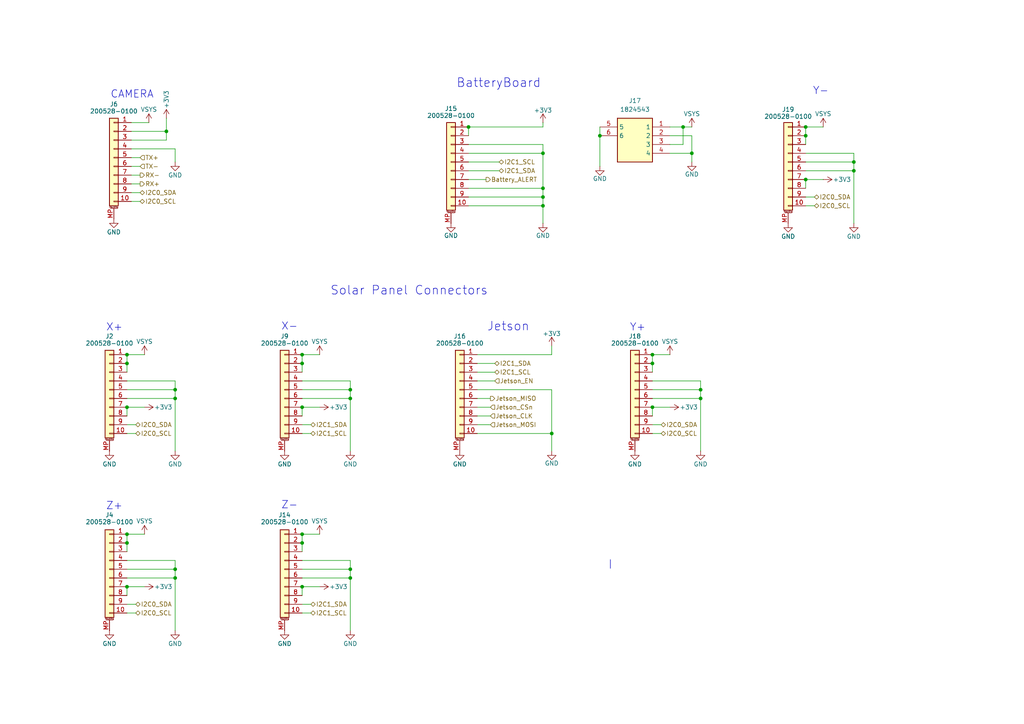
<source format=kicad_sch>
(kicad_sch (version 20231120) (generator "eeschema") (generator_version "8.0")
  (paper "A4")
  (lib_symbols
    (symbol "Argus-Connectors:1824543"
      (property "Reference" "J" (at 16.51 7.62 0))
      (property "Value" "1824543" (at 16.51 5.08 0))
      (symbol "1824543_1_1"
        (rectangle (start 5.08 2.54) (end 15.24 -10.16) (stroke (width 0.254)) (fill (type background)))
        (pin passive line (at 20.32 0 180) (length 5.08) (name "1") (number "1"))
        (pin passive line (at 20.32 -2.54 180) (length 5.08) (name "2") (number "2"))
        (pin passive line (at 20.32 -5.08 180) (length 5.08) (name "3") (number "3"))
        (pin passive line (at 20.32 -7.62 180) (length 5.08) (name "4") (number "4"))
        (pin passive line (at 0 0 0) (length 5.08) (name "5") (number "5"))
        (pin passive line (at 0 -2.54 0) (length 5.08) (name "6") (number "6"))
      )
    )
    (symbol "Connector_Generic_MountingPin:Conn_01x10_MountingPin" (pin_names (offset 1.016) hide)
      (property "Reference" "J" (at 0 12.7 0))
      (property "Value" "Conn_01x10_MountingPin" (at 1.27 -15.24 0))
      (symbol "Conn_01x10_MountingPin_1_1"
        (rectangle (start -1.27 -12.573) (end 0 -12.827) (stroke (width 0.1524)))
        (rectangle (start -1.27 -10.033) (end 0 -10.287) (stroke (width 0.1524)))
        (rectangle (start -1.27 -7.493) (end 0 -7.747) (stroke (width 0.1524)))
        (rectangle (start -1.27 -4.953) (end 0 -5.207) (stroke (width 0.1524)))
        (rectangle (start -1.27 -2.413) (end 0 -2.667) (stroke (width 0.1524)))
        (rectangle (start -1.27 0.127) (end 0 -0.127) (stroke (width 0.1524)))
        (rectangle (start -1.27 2.667) (end 0 2.413) (stroke (width 0.1524)))
        (rectangle (start -1.27 5.207) (end 0 4.953) (stroke (width 0.1524)))
        (rectangle (start -1.27 7.747) (end 0 7.493) (stroke (width 0.1524)))
        (rectangle (start -1.27 10.287) (end 0 10.033) (stroke (width 0.1524)))
        (rectangle (start -1.27 11.43) (end 1.27 -13.97) (stroke (width 0.254)) (fill (type background)))
        (polyline (pts (xy -1.016 -14.732) (xy 1.016 -14.732)) (stroke (width 0.1524)))
        (text "Mounting" (at 0 -14.351 0) (effects (font (size 0.381 0.381))))
        (pin passive line (at -5.08 10.16 0) (length 3.81) (name "Pin_1") (number "1"))
        (pin passive line (at -5.08 -12.7 0) (length 3.81) (name "Pin_10") (number "10"))
        (pin passive line (at -5.08 7.62 0) (length 3.81) (name "Pin_2") (number "2"))
        (pin passive line (at -5.08 5.08 0) (length 3.81) (name "Pin_3") (number "3"))
        (pin passive line (at -5.08 2.54 0) (length 3.81) (name "Pin_4") (number "4"))
        (pin passive line (at -5.08 0 0) (length 3.81) (name "Pin_5") (number "5"))
        (pin passive line (at -5.08 -2.54 0) (length 3.81) (name "Pin_6") (number "6"))
        (pin passive line (at -5.08 -5.08 0) (length 3.81) (name "Pin_7") (number "7"))
        (pin passive line (at -5.08 -7.62 0) (length 3.81) (name "Pin_8") (number "8"))
        (pin passive line (at -5.08 -10.16 0) (length 3.81) (name "Pin_9") (number "9"))
        (pin passive line (at 0 -17.78 90) (length 3.048) (name "MountPin") (number "MP"))
      )
    )
    (symbol "power:+3.3V" (power) (pin_numbers hide) (pin_names (offset 0) hide)
      (property "Value" "+3.3V" (at 0 3.556 0))
      (symbol "+3.3V_0_1"
        (polyline (pts (xy -0.762 1.27) (xy 0 2.54)))
        (polyline (pts (xy 0 0) (xy 0 2.54)))
        (polyline (pts (xy 0 2.54) (xy 0.762 1.27)))
      )
      (symbol "+3.3V_1_1"
        (pin power_in line (at 0 0 90) (length 0) (name "~") (number "1"))
      )
    )
    (symbol "power:+BATT" (power) (pin_numbers hide) (pin_names (offset 0) hide)
      (property "Value" "+BATT" (at 0 3.556 0))
      (symbol "+BATT_0_1"
        (polyline (pts (xy -0.762 1.27) (xy 0 2.54)))
        (polyline (pts (xy 0 0) (xy 0 2.54)))
        (polyline (pts (xy 0 2.54) (xy 0.762 1.27)))
      )
      (symbol "+BATT_1_1"
        (pin power_in line (at 0 0 90) (length 0) (name "~") (number "1"))
      )
    )
    (symbol "power:GND" (power) (pin_numbers hide) (pin_names (offset 0) hide)
      (property "Value" "GND" (at 0 -3.81 0))
      (symbol "GND_0_1"
        (polyline (pts (xy 0 0) (xy 0 -1.27) (xy 1.27 -1.27) (xy 0 -2.54) (xy -1.27 -1.27) (xy 0 -1.27)))
      )
      (symbol "GND_1_1"
        (pin power_in line (at 0 0 270) (length 0) (name "~") (number "1"))
      )
    )
  )
  (junction (at 87.63 154.94))
  (junction (at 189.23 118.11))
  (junction (at 101.6 167.64))
  (junction (at 87.63 170.18))
  (junction (at 87.63 157.48))
  (junction (at 87.63 105.41))
  (junction (at 87.63 118.11))
  (junction (at 157.48 57.15))
  (junction (at 50.8 115.57))
  (junction (at 101.6 115.57))
  (junction (at 247.65 46.99))
  (junction (at 157.48 59.69))
  (junction (at 203.2 113.03))
  (junction (at 36.83 170.18))
  (junction (at 189.23 105.41))
  (junction (at 101.6 113.03))
  (junction (at 36.83 154.94))
  (junction (at 36.83 118.11))
  (junction (at 36.83 105.41))
  (junction (at 135.89 36.83))
  (junction (at 87.63 102.87))
  (junction (at 50.8 113.03))
  (junction (at 247.65 49.53))
  (junction (at 203.2 115.57))
  (junction (at 36.83 102.87))
  (junction (at 200.66 44.45))
  (junction (at 198.12 36.83))
  (junction (at 48.26 38.1))
  (junction (at 160.02 125.73))
  (junction (at 36.83 157.48))
  (junction (at 157.48 54.61))
  (junction (at 50.8 167.64))
  (junction (at 233.68 52.07))
  (junction (at 101.6 165.1))
  (junction (at 189.23 102.87))
  (junction (at 50.8 165.1))
  (junction (at 233.68 39.37))
  (junction (at 173.99 39.37))
  (junction (at 157.48 44.45))
  (junction (at 233.68 36.83))
  (wire (pts (xy 194.31 118.11) (xy 189.23 118.11)))
  (wire (pts (xy 160.02 100.33) (xy 160.02 102.87)))
  (wire (pts (xy 87.63 110.49) (xy 101.6 110.49)))
  (wire (pts (xy 238.76 52.07) (xy 233.68 52.07)))
  (wire (pts (xy 36.83 113.03) (xy 50.8 113.03)))
  (wire (pts (xy 87.63 105.41) (xy 87.63 107.95)))
  (wire (pts (xy 50.8 167.64) (xy 50.8 182.88)))
  (wire (pts (xy 189.23 113.03) (xy 203.2 113.03)))
  (wire (pts (xy 36.83 170.18) (xy 36.83 172.72)))
  (wire (pts (xy 160.02 113.03) (xy 160.02 125.73)))
  (wire (pts (xy 36.83 110.49) (xy 50.8 110.49)))
  (wire (pts (xy 194.31 39.37) (xy 200.66 39.37)))
  (wire (pts (xy 160.02 125.73) (xy 160.02 130.81)))
  (wire (pts (xy 138.43 120.65) (xy 142.24 120.65)))
  (wire (pts (xy 157.48 44.45) (xy 157.48 41.91)))
  (wire (pts (xy 135.89 36.83) (xy 135.89 39.37)))
  (wire (pts (xy 189.23 110.49) (xy 203.2 110.49)))
  (wire (pts (xy 38.1 45.72) (xy 40.64 45.72)))
  (wire (pts (xy 233.68 36.83) (xy 238.76 36.83)))
  (wire (pts (xy 101.6 113.03) (xy 101.6 115.57)))
  (wire (pts (xy 191.77 123.19) (xy 189.23 123.19)))
  (wire (pts (xy 236.22 57.15) (xy 233.68 57.15)))
  (wire (pts (xy 92.71 118.11) (xy 87.63 118.11)))
  (wire (pts (xy 36.83 102.87) (xy 36.83 105.41)))
  (wire (pts (xy 233.68 52.07) (xy 233.68 54.61)))
  (wire (pts (xy 203.2 113.03) (xy 203.2 115.57)))
  (wire (pts (xy 203.2 110.49) (xy 203.2 113.03)))
  (wire (pts (xy 92.71 170.18) (xy 87.63 170.18)))
  (wire (pts (xy 39.37 125.73) (xy 36.83 125.73)))
  (wire (pts (xy 39.37 123.19) (xy 36.83 123.19)))
  (wire (pts (xy 233.68 44.45) (xy 247.65 44.45)))
  (wire (pts (xy 87.63 157.48) (xy 87.63 160.02)))
  (wire (pts (xy 135.89 49.53) (xy 144.78 49.53)))
  (wire (pts (xy 157.48 59.69) (xy 157.48 57.15)))
  (wire (pts (xy 189.23 105.41) (xy 189.23 107.95)))
  (wire (pts (xy 36.83 154.94) (xy 41.91 154.94)))
  (wire (pts (xy 135.89 52.07) (xy 140.97 52.07)))
  (wire (pts (xy 138.43 125.73) (xy 160.02 125.73)))
  (wire (pts (xy 36.83 105.41) (xy 36.83 107.95)))
  (wire (pts (xy 157.48 54.61) (xy 157.48 44.45)))
  (wire (pts (xy 198.12 41.91) (xy 198.12 36.83)))
  (wire (pts (xy 138.43 105.41) (xy 143.51 105.41)))
  (wire (pts (xy 101.6 162.56) (xy 101.6 165.1)))
  (wire (pts (xy 101.6 165.1) (xy 101.6 167.64)))
  (wire (pts (xy 135.89 41.91) (xy 157.48 41.91)))
  (wire (pts (xy 87.63 118.11) (xy 87.63 120.65)))
  (wire (pts (xy 36.83 118.11) (xy 36.83 120.65)))
  (wire (pts (xy 135.89 59.69) (xy 157.48 59.69)))
  (wire (pts (xy 38.1 43.18) (xy 50.8 43.18)))
  (wire (pts (xy 101.6 115.57) (xy 101.6 130.81)))
  (wire (pts (xy 87.63 102.87) (xy 87.63 105.41)))
  (wire (pts (xy 157.48 57.15) (xy 157.48 54.61)))
  (wire (pts (xy 200.66 44.45) (xy 200.66 46.99)))
  (wire (pts (xy 101.6 167.64) (xy 101.6 182.88)))
  (wire (pts (xy 233.68 49.53) (xy 247.65 49.53)))
  (wire (pts (xy 194.31 41.91) (xy 198.12 41.91)))
  (wire (pts (xy 135.89 44.45) (xy 157.48 44.45)))
  (wire (pts (xy 194.31 44.45) (xy 200.66 44.45)))
  (wire (pts (xy 138.43 113.03) (xy 160.02 113.03)))
  (wire (pts (xy 36.83 157.48) (xy 36.83 160.02)))
  (wire (pts (xy 135.89 46.99) (xy 144.78 46.99)))
  (wire (pts (xy 50.8 165.1) (xy 50.8 167.64)))
  (wire (pts (xy 36.83 154.94) (xy 36.83 157.48)))
  (wire (pts (xy 40.64 55.88) (xy 38.1 55.88)))
  (wire (pts (xy 247.65 46.99) (xy 247.65 49.53)))
  (wire (pts (xy 41.91 170.18) (xy 36.83 170.18)))
  (wire (pts (xy 87.63 102.87) (xy 92.71 102.87)))
  (wire (pts (xy 138.43 110.49) (xy 143.51 110.49)))
  (wire (pts (xy 135.89 36.83) (xy 157.48 36.83)))
  (wire (pts (xy 247.65 49.53) (xy 247.65 64.77)))
  (wire (pts (xy 50.8 110.49) (xy 50.8 113.03)))
  (wire (pts (xy 38.1 35.56) (xy 43.18 35.56)))
  (wire (pts (xy 40.64 58.42) (xy 38.1 58.42)))
  (wire (pts (xy 87.63 113.03) (xy 101.6 113.03)))
  (wire (pts (xy 87.63 154.94) (xy 92.71 154.94)))
  (wire (pts (xy 138.43 102.87) (xy 160.02 102.87)))
  (wire (pts (xy 36.83 167.64) (xy 50.8 167.64)))
  (wire (pts (xy 233.68 39.37) (xy 233.68 41.91)))
  (wire (pts (xy 138.43 107.95) (xy 143.51 107.95)))
  (wire (pts (xy 138.43 118.11) (xy 142.24 118.11)))
  (wire (pts (xy 90.17 177.8) (xy 87.63 177.8)))
  (wire (pts (xy 203.2 115.57) (xy 203.2 130.81)))
  (wire (pts (xy 189.23 118.11) (xy 189.23 120.65)))
  (wire (pts (xy 38.1 38.1) (xy 48.26 38.1)))
  (wire (pts (xy 87.63 154.94) (xy 87.63 157.48)))
  (wire (pts (xy 50.8 113.03) (xy 50.8 115.57)))
  (wire (pts (xy 87.63 170.18) (xy 87.63 172.72)))
  (wire (pts (xy 48.26 34.29) (xy 48.26 38.1)))
  (wire (pts (xy 50.8 115.57) (xy 50.8 130.81)))
  (wire (pts (xy 157.48 36.83) (xy 157.48 35.56)))
  (wire (pts (xy 38.1 48.26) (xy 40.64 48.26)))
  (wire (pts (xy 38.1 53.34) (xy 40.64 53.34)))
  (wire (pts (xy 157.48 64.77) (xy 157.48 59.69)))
  (wire (pts (xy 36.83 162.56) (xy 50.8 162.56)))
  (wire (pts (xy 38.1 50.8) (xy 40.64 50.8)))
  (wire (pts (xy 189.23 102.87) (xy 189.23 105.41)))
  (wire (pts (xy 101.6 110.49) (xy 101.6 113.03)))
  (wire (pts (xy 189.23 115.57) (xy 203.2 115.57)))
  (wire (pts (xy 36.83 115.57) (xy 50.8 115.57)))
  (wire (pts (xy 50.8 43.18) (xy 50.8 46.99)))
  (wire (pts (xy 50.8 162.56) (xy 50.8 165.1)))
  (wire (pts (xy 38.1 40.64) (xy 48.26 40.64)))
  (wire (pts (xy 173.99 39.37) (xy 173.99 48.26)))
  (wire (pts (xy 41.91 118.11) (xy 36.83 118.11)))
  (wire (pts (xy 233.68 46.99) (xy 247.65 46.99)))
  (wire (pts (xy 87.63 115.57) (xy 101.6 115.57)))
  (wire (pts (xy 90.17 175.26) (xy 87.63 175.26)))
  (wire (pts (xy 87.63 162.56) (xy 101.6 162.56)))
  (polyline (pts (xy 177.038 164.846) (xy 177.038 162.306)))
  (wire (pts (xy 39.37 177.8) (xy 36.83 177.8)))
  (wire (pts (xy 90.17 123.19) (xy 87.63 123.19)))
  (wire (pts (xy 233.68 36.83) (xy 233.68 39.37)))
  (wire (pts (xy 200.66 39.37) (xy 200.66 44.45)))
  (wire (pts (xy 236.22 59.69) (xy 233.68 59.69)))
  (wire (pts (xy 36.83 165.1) (xy 50.8 165.1)))
  (wire (pts (xy 198.12 36.83) (xy 200.66 36.83)))
  (wire (pts (xy 138.43 115.57) (xy 142.24 115.57)))
  (wire (pts (xy 90.17 125.73) (xy 87.63 125.73)))
  (wire (pts (xy 36.83 102.87) (xy 41.91 102.87)))
  (wire (pts (xy 135.89 57.15) (xy 157.48 57.15)))
  (wire (pts (xy 138.43 123.19) (xy 142.24 123.19)))
  (wire (pts (xy 194.31 36.83) (xy 198.12 36.83)))
  (wire (pts (xy 189.23 102.87) (xy 194.31 102.87)))
  (wire (pts (xy 48.26 40.64) (xy 48.26 38.1)))
  (wire (pts (xy 173.99 36.83) (xy 173.99 39.37)))
  (wire (pts (xy 87.63 167.64) (xy 101.6 167.64)))
  (wire (pts (xy 247.65 44.45) (xy 247.65 46.99)))
  (wire (pts (xy 191.77 125.73) (xy 189.23 125.73)))
  (wire (pts (xy 87.63 165.1) (xy 101.6 165.1)))
  (wire (pts (xy 135.89 54.61) (xy 157.48 54.61)))
  (wire (pts (xy 39.37 175.26) (xy 36.83 175.26)))
  (text "Jetson" (at 141.224 96.266 0) (effects (font (size 2.54 2.54)) (justify left bottom)))
  (text "Z+" (at 30.734 148.082 0) (effects (font (size 2.159 2.159)) (justify left bottom)))
  (text "CAMERA" (at 32.004 28.702 0) (effects (font (size 2.159 2.159)) (justify left bottom)))
  (text "BatteryBoard" (at 132.334 25.654 0) (effects (font (size 2.54 2.54)) (justify left bottom)))
  (text "Y+" (at 182.626 96.266 0) (effects (font (size 2.159 2.159)) (justify left bottom)))
  (text "Solar Panel Connectors" (at 95.758 85.852 0) (effects (font (size 2.54 2.54)) (justify left bottom)))
  (text "Y-" (at 235.712 27.686 0) (effects (font (size 2.159 2.159)) (justify left bottom)))
  (text "X-" (at 81.534 96.012 0) (effects (font (size 2.159 2.159)) (justify left bottom)))
  (text "X+" (at 30.734 96.266 0) (effects (font (size 2.159 2.159)) (justify left bottom)))
  (text "Z-" (at 81.534 147.828 0) (effects (font (size 2.159 2.159)) (justify left bottom)))
  (hierarchical_label "I2C0_SCL" (shape bidirectional) (at 236.22 59.69 0))
  (hierarchical_label "I2C0_SCL" (shape bidirectional) (at 191.77 125.73 0))
  (hierarchical_label "I2C1_SCL" (shape bidirectional) (at 143.51 107.95 0))
  (hierarchical_label "I2C0_SDA" (shape bidirectional) (at 39.37 175.26 0))
  (hierarchical_label "I2C0_SDA" (shape bidirectional) (at 236.22 57.15 0))
  (hierarchical_label "Jetson_EN" (shape input) (at 143.51 110.49 0))
  (hierarchical_label "I2C0_SDA" (shape bidirectional) (at 191.77 123.19 0))
  (hierarchical_label "I2C1_SCL" (shape bidirectional) (at 90.17 177.8 0))
  (hierarchical_label "I2C0_SCL" (shape bidirectional) (at 39.37 177.8 0))
  (hierarchical_label "Jetson_CSn" (shape input) (at 142.24 118.11 0))
  (hierarchical_label "I2C0_SDA" (shape bidirectional) (at 39.37 123.19 0))
  (hierarchical_label "I2C0_SCL" (shape bidirectional) (at 40.64 58.42 0))
  (hierarchical_label "I2C1_SCL" (shape bidirectional) (at 90.17 125.73 0))
  (hierarchical_label "I2C1_SDA" (shape bidirectional) (at 90.17 175.26 0))
  (hierarchical_label "RX-" (shape output) (at 40.64 50.8 0))
  (hierarchical_label "I2C1_SDA" (shape bidirectional) (at 90.17 123.19 0))
  (hierarchical_label "TX+" (shape input) (at 40.64 45.72 0))
  (hierarchical_label "Jetson_MISO" (shape output) (at 142.24 115.57 0))
  (hierarchical_label "I2C0_SDA" (shape bidirectional) (at 40.64 55.88 0))
  (hierarchical_label "I2C1_SDA" (shape bidirectional) (at 144.78 49.53 0))
  (hierarchical_label "I2C1_SCL" (shape bidirectional) (at 144.78 46.99 0))
  (hierarchical_label "Jetson_MOSI" (shape input) (at 142.24 123.19 0))
  (hierarchical_label "TX-" (shape input) (at 40.64 48.26 0))
  (hierarchical_label "I2C0_SCL" (shape bidirectional) (at 39.37 125.73 0))
  (hierarchical_label "RX+" (shape output) (at 40.64 53.34 0))
  (hierarchical_label "Jetson_CLK" (shape input) (at 142.24 120.65 0))
  (hierarchical_label "Battery_ALERT" (shape output) (at 140.97 52.07 0))
  (hierarchical_label "I2C1_SDA" (shape bidirectional) (at 143.51 105.41 0))
  (symbol (lib_id "Argus-Connectors:1824543") (at 173.99 36.83 0) (unit 1)
    (property "Reference" "J17" (at 184.15 29.21 0))
    (property "Value" "1824543" (at 184.15 31.75 0))
    (property "Footprint" "Argus-Connectors:1824543" (effects (hide yes)))
    (property "Datasheet" "http://www.phoenixcontact.com/de/produkte/1824543/pdf" (effects (hide yes)))
    (property "Description" "PCB terminal block, nominal current: 13.5 A, rated voltage (III/2): 160 V, nominal cross section: 1.5 mm?, Number of potentials: 4, Number of rows: 1, Number of positions per row: 4, product range: SPT 1,5/..-H-SMD, pitch: 3.5 mm, connection method: Push-in spring connection, mounting: SMD soldering, conductor/PCB connection direction: 0 ?, color: black, Pin layout: Linear pad geometry, Solder pin [P]: 2 mm, type of packaging: 44 mm wide tape. Sample values available under SAMPLE SPT..." (effects (hide yes)))
    (property "Height" "7.85" (effects (hide yes)))
    (property "Manufacturer_Name" "Phoenix Contact" (effects (hide yes)))
    (property "Manufacturer_Part_Number" "1824543" (effects (hide yes)))
    (property "Mouser Part Number" "651-1824543" (effects (hide yes)))
    (property "Mouser Price/Stock" "https://www.mouser.co.uk/ProductDetail/Phoenix-Contact/1824543?qs=GaJ26EWJkZQ%252BT6XS11%252BqCA%3D%3D" (effects (hide yes)))
    (property "Arrow Part Number" "1824543" (effects (hide yes)))
    (property "Arrow Price/Stock" "https://www.arrow.com/en/products/1824543/phoenix-contact" (effects (hide yes)))
  )
  (symbol (lib_id "power:GND") (at 50.8 130.81 0) (unit 1)
    (property "Reference" "#PWR048" (effects (hide yes)))
    (property "Value" "GND" (at 50.8 134.62 0))
    (property "Description" "Power symbol creates a global label with name \"GND\" , ground" (effects (hide yes)))
  )
  (symbol (lib_id "power:+3.3V") (at 157.48 35.56 0) (mirror y) (unit 1)
    (property "Reference" "#SUPPLY011" (effects (hide yes)))
    (property "Value" "+3V3" (at 157.48 32.004 0))
    (property "Description" "Power symbol creates a global label with name \"+3.3V\"" (effects (hide yes)))
  )
  (symbol (lib_id "power:+3.3V") (at 238.76 52.07 270) (unit 1)
    (property "Reference" "#SUPPLY08" (effects (hide yes)))
    (property "Value" "+3V3" (at 241.554 52.07 90) (effects (justify left)))
    (property "Description" "Power symbol creates a global label with name \"+3.3V\"" (effects (hide yes)))
  )
  (symbol (lib_id "power:GND") (at 101.6 182.88 0) (unit 1)
    (property "Reference" "#PWR096" (effects (hide yes)))
    (property "Value" "GND" (at 101.6 186.69 0))
    (property "Description" "Power symbol creates a global label with name \"GND\" , ground" (effects (hide yes)))
  )
  (symbol (lib_id "power:+3.3V") (at 194.31 118.11 270) (unit 1)
    (property "Reference" "#SUPPLY010" (effects (hide yes)))
    (property "Value" "+3V3" (at 197.104 118.11 90) (effects (justify left)))
    (property "Description" "Power symbol creates a global label with name \"+3.3V\"" (effects (hide yes)))
  )
  (symbol (lib_id "power:+BATT") (at 194.31 102.87 0) (unit 1)
    (property "Reference" "#PWR0129" (effects (hide yes)))
    (property "Value" "VSYS" (at 194.31 99.06 0))
    (property "Description" "Power symbol creates a global label with name \"+BATT\"" (effects (hide yes)))
  )
  (symbol (lib_id "Connector_Generic_MountingPin:Conn_01x10_MountingPin") (at 31.75 113.03 0) (mirror y) (unit 1)
    (property "Reference" "J2" (at 31.75 97.536 0))
    (property "Value" "200528-0100" (at 31.75 99.568 0))
    (property "Footprint" "Argus-Connectors:Molex_200528-0100_1x10-1MP_P1.00mm_Horizontal" (effects (hide yes)))
    (property "Description" "Generic connectable mounting pin connector, single row, 01x10, script generated (kicad-library-utils/schlib/autogen/connector/)" (effects (hide yes)))
  )
  (symbol (lib_id "Connector_Generic_MountingPin:Conn_01x10_MountingPin") (at 184.15 113.03 0) (mirror y) (unit 1)
    (property "Reference" "J18" (at 184.15 97.536 0))
    (property "Value" "200528-0100" (at 184.15 99.568 0))
    (property "Footprint" "Argus-Connectors:Molex_200528-0100_1x10-1MP_P1.00mm_Horizontal" (effects (hide yes)))
    (property "Description" "Generic connectable mounting pin connector, single row, 01x10, script generated (kicad-library-utils/schlib/autogen/connector/)" (effects (hide yes)))
  )
  (symbol (lib_id "power:+3.3V") (at 160.02 100.33 0) (mirror y) (unit 1)
    (property "Reference" "#SUPPLY09" (effects (hide yes)))
    (property "Value" "+3V3" (at 160.02 96.774 0))
    (property "Description" "Power symbol creates a global label with name \"+3.3V\"" (effects (hide yes)))
  )
  (symbol (lib_id "power:GND") (at 33.02 63.5 0) (unit 1)
    (property "Reference" "#PWR055" (effects (hide yes)))
    (property "Value" "GND" (at 33.02 67.31 0))
    (property "Description" "Power symbol creates a global label with name \"GND\" , ground" (effects (hide yes)))
  )
  (symbol (lib_id "power:+3.3V") (at 48.26 34.29 0) (unit 1)
    (property "Reference" "#SUPPLY03" (effects (hide yes)))
    (property "Value" "+3V3" (at 48.26 31.496 90) (effects (justify left)))
    (property "Description" "Power symbol creates a global label with name \"+3.3V\"" (effects (hide yes)))
  )
  (symbol (lib_id "power:+BATT") (at 92.71 154.94 0) (unit 1)
    (property "Reference" "#PWR0126" (effects (hide yes)))
    (property "Value" "VSYS" (at 92.71 151.13 0))
    (property "Description" "Power symbol creates a global label with name \"+BATT\"" (effects (hide yes)))
  )
  (symbol (lib_id "power:GND") (at 133.35 130.81 0) (unit 1)
    (property "Reference" "#PWR0105" (effects (hide yes)))
    (property "Value" "GND" (at 133.35 134.62 0))
    (property "Description" "Power symbol creates a global label with name \"GND\" , ground" (effects (hide yes)))
  )
  (symbol (lib_id "power:+3.3V") (at 41.91 118.11 270) (unit 1)
    (property "Reference" "#SUPPLY04" (effects (hide yes)))
    (property "Value" "+3V3" (at 44.704 118.11 90) (effects (justify left)))
    (property "Description" "Power symbol creates a global label with name \"+3.3V\"" (effects (hide yes)))
  )
  (symbol (lib_id "power:GND") (at 160.02 130.81 0) (unit 1)
    (property "Reference" "#PWR0118" (effects (hide yes)))
    (property "Value" "GND" (at 160.02 134.366 0))
    (property "Description" "Power symbol creates a global label with name \"GND\" , ground" (effects (hide yes)))
  )
  (symbol (lib_id "power:+3.3V") (at 41.91 170.18 270) (unit 1)
    (property "Reference" "#SUPPLY05" (effects (hide yes)))
    (property "Value" "+3V3" (at 44.704 170.18 90) (effects (justify left)))
    (property "Description" "Power symbol creates a global label with name \"+3.3V\"" (effects (hide yes)))
  )
  (symbol (lib_id "power:GND") (at 101.6 130.81 0) (unit 1)
    (property "Reference" "#PWR079" (effects (hide yes)))
    (property "Value" "GND" (at 101.6 134.62 0))
    (property "Description" "Power symbol creates a global label with name \"GND\" , ground" (effects (hide yes)))
  )
  (symbol (lib_id "power:GND") (at 203.2 130.81 0) (unit 1)
    (property "Reference" "#PWR0121" (effects (hide yes)))
    (property "Value" "GND" (at 203.2 134.62 0))
    (property "Description" "Power symbol creates a global label with name \"GND\" , ground" (effects (hide yes)))
  )
  (symbol (lib_id "power:GND") (at 157.48 64.77 0) (unit 1)
    (property "Reference" "#PWR0123" (effects (hide yes)))
    (property "Value" "GND" (at 157.48 68.326 0))
    (property "Description" "Power symbol creates a global label with name \"GND\" , ground" (effects (hide yes)))
  )
  (symbol (lib_id "Connector_Generic_MountingPin:Conn_01x10_MountingPin") (at 82.55 113.03 0) (mirror y) (unit 1)
    (property "Reference" "J9" (at 82.55 97.536 0))
    (property "Value" "200528-0100" (at 82.55 99.568 0))
    (property "Footprint" "Argus-Connectors:Molex_200528-0100_1x10-1MP_P1.00mm_Horizontal" (effects (hide yes)))
    (property "Description" "Generic connectable mounting pin connector, single row, 01x10, script generated (kicad-library-utils/schlib/autogen/connector/)" (effects (hide yes)))
  )
  (symbol (lib_id "Connector_Generic_MountingPin:Conn_01x10_MountingPin") (at 31.75 165.1 0) (mirror y) (unit 1)
    (property "Reference" "J4" (at 31.75 149.352 0))
    (property "Value" "200528-0100" (at 31.75 151.384 0))
    (property "Footprint" "Argus-Connectors:Molex_200528-0100_1x10-1MP_P1.00mm_Horizontal" (effects (hide yes)))
    (property "Description" "Generic connectable mounting pin connector, single row, 01x10, script generated (kicad-library-utils/schlib/autogen/connector/)" (effects (hide yes)))
  )
  (symbol (lib_id "Connector_Generic_MountingPin:Conn_01x10_MountingPin") (at 130.81 46.99 0) (mirror y) (unit 1)
    (property "Reference" "J15" (at 130.81 31.496 0))
    (property "Value" "200528-0100" (at 130.81 33.528 0))
    (property "Footprint" "Argus-Connectors:Molex_200528-0100_1x10-1MP_P1.00mm_Horizontal" (effects (hide yes)))
    (property "Description" "Generic connectable mounting pin connector, single row, 01x10, script generated (kicad-library-utils/schlib/autogen/connector/)" (effects (hide yes)))
  )
  (symbol (lib_id "power:+BATT") (at 43.18 35.56 0) (unit 1)
    (property "Reference" "#PWR056" (effects (hide yes)))
    (property "Value" "VSYS" (at 43.18 31.75 0))
    (property "Description" "Power symbol creates a global label with name \"+BATT\"" (effects (hide yes)))
  )
  (symbol (lib_id "power:+BATT") (at 41.91 154.94 0) (unit 1)
    (property "Reference" "#PWR0125" (effects (hide yes)))
    (property "Value" "VSYS" (at 41.91 151.13 0))
    (property "Description" "Power symbol creates a global label with name \"+BATT\"" (effects (hide yes)))
  )
  (symbol (lib_id "Connector_Generic_MountingPin:Conn_01x10_MountingPin") (at 133.35 113.03 0) (mirror y) (unit 1)
    (property "Reference" "J16" (at 133.35 97.536 0))
    (property "Value" "200528-0100" (at 133.35 99.568 0))
    (property "Footprint" "Argus-Connectors:Molex_200528-0100_1x10-1MP_P1.00mm_Horizontal" (effects (hide yes)))
    (property "Description" "Generic connectable mounting pin connector, single row, 01x10, script generated (kicad-library-utils/schlib/autogen/connector/)" (effects (hide yes)))
  )
  (symbol (lib_id "power:GND") (at 82.55 182.88 0) (unit 1)
    (property "Reference" "#PWR078" (effects (hide yes)))
    (property "Value" "GND" (at 82.55 186.69 0))
    (property "Description" "Power symbol creates a global label with name \"GND\" , ground" (effects (hide yes)))
  )
  (symbol (lib_id "power:+BATT") (at 41.91 102.87 0) (unit 1)
    (property "Reference" "#PWR0124" (effects (hide yes)))
    (property "Value" "VSYS" (at 41.91 99.06 0))
    (property "Description" "Power symbol creates a global label with name \"+BATT\"" (effects (hide yes)))
  )
  (symbol (lib_id "power:GND") (at 50.8 46.99 0) (unit 1)
    (property "Reference" "#PWR022" (effects (hide yes)))
    (property "Value" "GND" (at 50.8 50.8 0))
    (property "Description" "Power symbol creates a global label with name \"GND\" , ground" (effects (hide yes)))
  )
  (symbol (lib_id "power:GND") (at 184.15 130.81 0) (unit 1)
    (property "Reference" "#PWR0119" (effects (hide yes)))
    (property "Value" "GND" (at 184.15 134.62 0))
    (property "Description" "Power symbol creates a global label with name \"GND\" , ground" (effects (hide yes)))
  )
  (symbol (lib_id "power:GND") (at 130.81 64.77 0) (unit 1)
    (property "Reference" "#PWR097" (effects (hide yes)))
    (property "Value" "GND" (at 130.81 68.326 0))
    (property "Description" "Power symbol creates a global label with name \"GND\" , ground" (effects (hide yes)))
  )
  (symbol (lib_id "power:+3.3V") (at 92.71 170.18 270) (unit 1)
    (property "Reference" "#SUPPLY07" (effects (hide yes)))
    (property "Value" "+3V3" (at 95.504 170.18 90) (effects (justify left)))
    (property "Description" "Power symbol creates a global label with name \"+3.3V\"" (effects (hide yes)))
  )
  (symbol (lib_id "Connector_Generic_MountingPin:Conn_01x10_MountingPin") (at 228.6 46.99 0) (mirror y) (unit 1)
    (property "Reference" "J19" (at 228.6 31.75 0))
    (property "Value" "200528-0100" (at 228.6 33.782 0))
    (property "Footprint" "Argus-Connectors:Molex_200528-0100_1x10-1MP_P1.00mm_Horizontal" (effects (hide yes)))
    (property "Description" "Generic connectable mounting pin connector, single row, 01x10, script generated (kicad-library-utils/schlib/autogen/connector/)" (effects (hide yes)))
  )
  (symbol (lib_id "power:+BATT") (at 92.71 102.87 0) (unit 1)
    (property "Reference" "#PWR0127" (effects (hide yes)))
    (property "Value" "VSYS" (at 92.71 99.06 0))
    (property "Description" "Power symbol creates a global label with name \"+BATT\"" (effects (hide yes)))
  )
  (symbol (lib_id "Connector_Generic_MountingPin:Conn_01x10_MountingPin") (at 82.55 165.1 0) (mirror y) (unit 1)
    (property "Reference" "J14" (at 82.55 149.352 0))
    (property "Value" "200528-0100" (at 82.55 151.384 0))
    (property "Footprint" "Argus-Connectors:Molex_200528-0100_1x10-1MP_P1.00mm_Horizontal" (effects (hide yes)))
    (property "Description" "Generic connectable mounting pin connector, single row, 01x10, script generated (kicad-library-utils/schlib/autogen/connector/)" (effects (hide yes)))
  )
  (symbol (lib_id "power:GND") (at 228.6 64.77 0) (unit 1)
    (property "Reference" "#PWR0122" (effects (hide yes)))
    (property "Value" "GND" (at 228.6 68.58 0))
    (property "Description" "Power symbol creates a global label with name \"GND\" , ground" (effects (hide yes)))
  )
  (symbol (lib_id "power:+BATT") (at 200.66 36.83 0) (unit 1)
    (property "Reference" "#PWR0130" (effects (hide yes)))
    (property "Value" "VSYS" (at 200.66 33.02 0))
    (property "Description" "Power symbol creates a global label with name \"+BATT\"" (effects (hide yes)))
  )
  (symbol (lib_id "power:+3.3V") (at 92.71 118.11 270) (unit 1)
    (property "Reference" "#SUPPLY06" (effects (hide yes)))
    (property "Value" "+3V3" (at 95.504 118.11 90) (effects (justify left)))
    (property "Description" "Power symbol creates a global label with name \"+3.3V\"" (effects (hide yes)))
  )
  (symbol (lib_id "power:GND") (at 82.55 130.81 0) (unit 1)
    (property "Reference" "#PWR077" (effects (hide yes)))
    (property "Value" "GND" (at 82.55 134.62 0))
    (property "Description" "Power symbol creates a global label with name \"GND\" , ground" (effects (hide yes)))
  )
  (symbol (lib_id "power:+BATT") (at 238.76 36.83 0) (unit 1)
    (property "Reference" "#PWR0107" (effects (hide yes)))
    (property "Value" "VSYS" (at 238.76 33.02 0))
    (property "Description" "Power symbol creates a global label with name \"+BATT\"" (effects (hide yes)))
  )
  (symbol (lib_id "Connector_Generic_MountingPin:Conn_01x10_MountingPin") (at 33.02 45.72 0) (mirror y) (unit 1)
    (property "Reference" "J6" (at 33.02 30.226 0))
    (property "Value" "200528-0100" (at 33.02 32.258 0))
    (property "Footprint" "Argus-Connectors:Molex_200528-0100_1x10-1MP_P1.00mm_Horizontal" (effects (hide yes)))
    (property "Description" "Generic connectable mounting pin connector, single row, 01x10, script generated (kicad-library-utils/schlib/autogen/connector/)" (effects (hide yes)))
  )
  (symbol (lib_id "power:GND") (at 200.66 46.99 0) (unit 1)
    (property "Reference" "#PWR0120" (effects (hide yes)))
    (property "Value" "GND" (at 200.66 50.546 0))
    (property "Description" "Power symbol creates a global label with name \"GND\" , ground" (effects (hide yes)))
  )
  (symbol (lib_id "power:GND") (at 31.75 182.88 0) (unit 1)
    (property "Reference" "#PWR046" (effects (hide yes)))
    (property "Value" "GND" (at 31.75 186.69 0))
    (property "Description" "Power symbol creates a global label with name \"GND\" , ground" (effects (hide yes)))
  )
  (symbol (lib_id "power:GND") (at 50.8 182.88 0) (unit 1)
    (property "Reference" "#PWR049" (effects (hide yes)))
    (property "Value" "GND" (at 50.8 186.69 0))
    (property "Description" "Power symbol creates a global label with name \"GND\" , ground" (effects (hide yes)))
  )
  (symbol (lib_id "power:GND") (at 173.99 48.26 0) (unit 1)
    (property "Reference" "#PWR0173" (effects (hide yes)))
    (property "Value" "GND" (at 173.99 51.816 0))
    (property "Description" "Power symbol creates a global label with name \"GND\" , ground" (effects (hide yes)))
  )
  (symbol (lib_id "power:GND") (at 31.75 130.81 0) (unit 1)
    (property "Reference" "#PWR045" (effects (hide yes)))
    (property "Value" "GND" (at 31.75 134.62 0))
    (property "Description" "Power symbol creates a global label with name \"GND\" , ground" (effects (hide yes)))
  )
  (symbol (lib_id "power:GND") (at 247.65 64.77 0) (unit 1)
    (property "Reference" "#PWR0128" (effects (hide yes)))
    (property "Value" "GND" (at 247.65 68.58 0))
    (property "Description" "Power symbol creates a global label with name \"GND\" , ground" (effects (hide yes)))
  )
)
</source>
